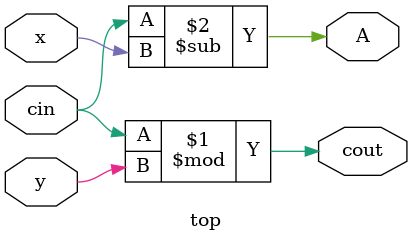
<source format=v>
module top
(
 input x,
 input y,
 input cin,

 output A,
 output cout
 );

`ifndef BUG
assign cout =  cin % y;
assign A =  cin - x;
`else
assign {cout,A} =  cin - y * x;
`endif

endmodule

</source>
